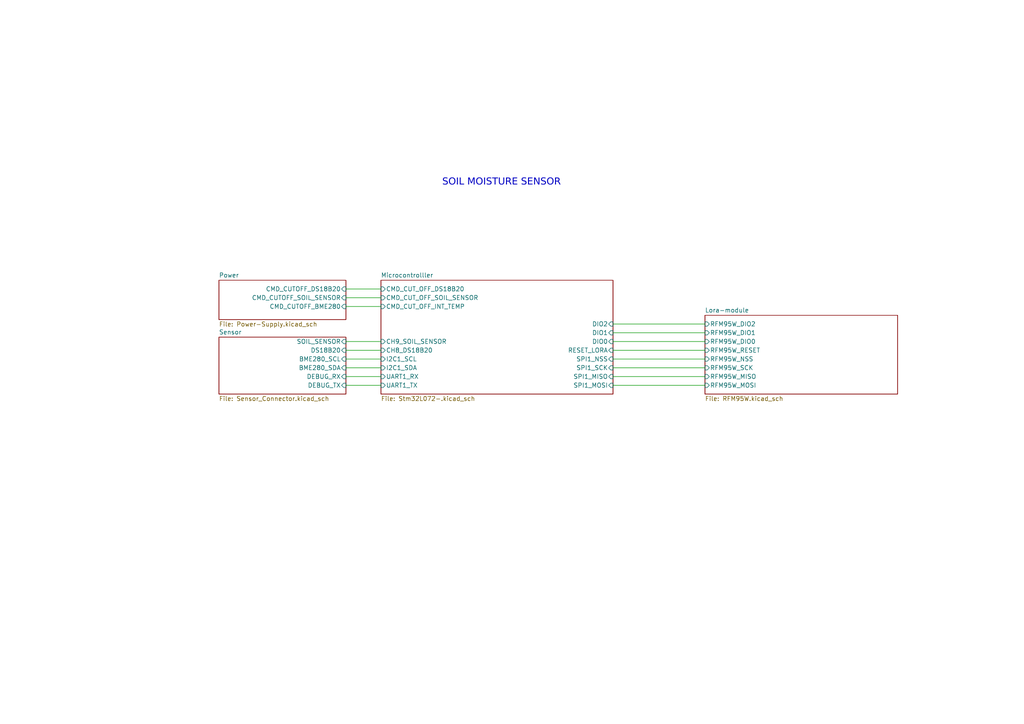
<source format=kicad_sch>
(kicad_sch (version 20230121) (generator eeschema)
  (paper "A4")
  (lib_symbols)
  (wire (pts (xy 100.33 83.82) (xy 110.49 83.82)))
  (wire (pts (xy 100.33 111.76) (xy 110.49 111.76)))
  (wire (pts (xy 177.8 93.98) (xy 204.47 93.98)))
  (wire (pts (xy 100.33 109.22) (xy 110.49 109.22)))
  (wire (pts (xy 100.33 101.6) (xy 110.49 101.6)))
  (wire (pts (xy 100.33 104.14) (xy 110.49 104.14)))
  (wire (pts (xy 100.33 106.68) (xy 110.49 106.68)))
  (wire (pts (xy 177.8 104.14) (xy 204.47 104.14)))
  (wire (pts (xy 177.8 96.52) (xy 204.47 96.52)))
  (wire (pts (xy 177.8 109.22) (xy 204.47 109.22)))
  (wire (pts (xy 177.8 101.6) (xy 204.47 101.6)))
  (wire (pts (xy 100.33 88.9) (xy 110.49 88.9)))
  (wire (pts (xy 100.33 99.06) (xy 110.49 99.06)))
  (wire (pts (xy 100.33 86.36) (xy 110.49 86.36)))
  (wire (pts (xy 177.8 106.68) (xy 204.47 106.68)))
  (wire (pts (xy 177.8 99.06) (xy 204.47 99.06)))
  (wire (pts (xy 177.8 111.76) (xy 204.47 111.76)))
  (text "SOIL MOISTURE SENSOR\n" (at 128.27 54.61 0) (effects (font (size 2 2)) (justify left bottom)))
  (sheet (at 204.47 91.44) (size 55.88 22.86) (stroke (width 0.1524))
    (property "Sheetname" "Lora-module" (at 204.47 90.7284 0) (effects (justify left bottom)))
    (property "Sheetfile" "RFM95W.kicad_sch" (at 204.47 114.8846 0) (effects (justify left top)))
    (pin "RFM95W_NSS" input (at 204.47 104.14 180))
    (pin "RFM95W_RESET" input (at 204.47 101.6 180))
    (pin "RFM95W_DIO0" input (at 204.47 99.06 180))
    (pin "RFM95W_DIO1" input (at 204.47 96.52 180))
    (pin "RFM95W_DIO2" input (at 204.47 93.98 180))
    (pin "RFM95W_SCK" input (at 204.47 106.68 180))
    (pin "RFM95W_MISO" input (at 204.47 109.22 180))
    (pin "RFM95W_MOSI" input (at 204.47 111.76 180))
  )
  (sheet (at 63.5 97.79) (size 36.83 16.51) (stroke (width 0.1524))
    (property "Sheetname" "Sensor " (at 63.5 97.0784 0) (effects (justify left bottom)))
    (property "Sheetfile" "Sensor_Connector.kicad_sch" (at 63.5 114.8846 0) (effects (justify left top)))
    (pin "SOIL_SENSOR" input (at 100.33 99.06 0))
    (pin "BME280_SDA" input (at 100.33 106.68 0))
    (pin "BME280_SCL" input (at 100.33 104.14 0))
    (pin "DS18B20" input (at 100.33 101.6 0))
    (pin "DEBUG_RX" input (at 100.33 109.22 0))
    (pin "DEBUG_TX" input (at 100.33 111.76 0))
  )
  (sheet (at 110.49 81.28) (size 67.31 33.02) (stroke (width 0.1524))
    (property "Sheetname" "Microcontrolller" (at 110.49 80.5684 0) (effects (justify left bottom)))
    (property "Sheetfile" "Stm32L072-.kicad_sch" (at 110.49 114.8846 0) (effects (justify left top)))
    (pin "SPI1_SCK" input (at 177.8 106.68 0))
    (pin "SPI1_MOSI" input (at 177.8 111.76 0))
    (pin "SPI1_MISO" input (at 177.8 109.22 0))
    (pin "CMD_CUT_OFF_SOIL_SENSOR" input (at 110.49 86.36 180))
    (pin "CMD_CUT_OFF_INT_TEMP" input (at 110.49 88.9 180))
    (pin "UART1_TX" input (at 110.49 111.76 180))
    (pin "SPI1_NSS" input (at 177.8 104.14 0))
    (pin "UART1_RX" input (at 110.49 109.22 180))
    (pin "I2C1_SCL" input (at 110.49 104.14 180))
    (pin "I2C1_SDA" input (at 110.49 106.68 180))
    (pin "CH8_DS18B20" input (at 110.49 101.6 180))
    (pin "CH9_SOIL_SENSOR" input (at 110.49 99.06 180))
    (pin "CMD_CUT_OFF_DS18B20" input (at 110.49 83.82 180))
    (pin "RESET_LORA" input (at 177.8 101.6 0))
    (pin "DIO0" input (at 177.8 99.06 0))
    (pin "DIO1" input (at 177.8 96.52 0))
    (pin "DIO2" input (at 177.8 93.98 0))
  )
  (sheet (at 63.5 81.28) (size 36.83 11.43) (stroke (width 0.1524))
    (property "Sheetname" "Power" (at 63.5 80.5684 0) (effects (justify left bottom)))
    (property "Sheetfile" "Power-Supply.kicad_sch" (at 63.5 93.2946 0) (effects (justify left top)))
    (pin "CMD_CUTOFF_BME280" input (at 100.33 88.9 0))
    (pin "CMD_CUTOFF_DS18B20" input (at 100.33 83.82 0))
    (pin "CMD_CUTOFF_SOIL_SENSOR" input (at 100.33 86.36 0))
  )
)
</source>
